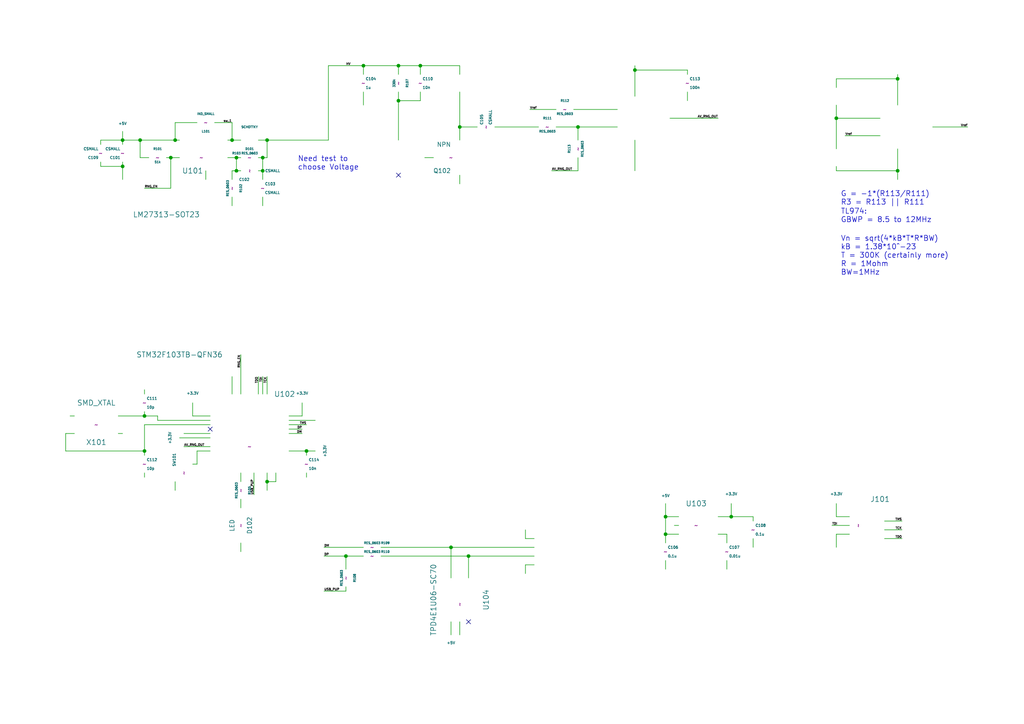
<source format=kicad_sch>
(kicad_sch (version 20230121) (generator eeschema)
  (paper "A4")
  (title_block (date "15 feb 2015"))
  (lib_symbols)
  (junction (at 242.57 34.29))
  (junction (at 41.91 130.81))
  (junction (at 35.56 40.64))
  (junction (at 100.33 161.29))
  (junction (at 105.41 19.05))
  (junction (at 135.89 161.29))
  (junction (at 35.56 48.26))
  (junction (at 50.8 40.64))
  (junction (at 130.81 158.75))
  (junction (at 76.2 45.72))
  (junction (at 184.15 20.32))
  (junction (at 41.91 120.65))
  (junction (at 121.92 19.05))
  (junction (at 76.2 49.53))
  (junction (at 133.35 36.83))
  (junction (at 88.9 130.81))
  (junction (at 40.64 40.64))
  (junction (at 193.04 154.94))
  (junction (at 67.31 40.64))
  (junction (at 77.47 139.7))
  (junction (at 77.47 40.64))
  (junction (at 68.58 49.53))
  (junction (at 115.57 29.21))
  (junction (at 167.64 36.83))
  (junction (at 260.35 22.86))
  (junction (at 68.58 45.72))
  (junction (at 115.57 19.05))
  (junction (at 49.53 45.72))
  (junction (at 193.04 149.86))
  (junction (at 212.09 149.86))
  (junction (at 260.35 49.53))
  (no_connect (at 135.89 180.34))
  (no_connect (at 60.96 124.46))
  (no_connect (at 115.57 50.8))
  (wire (pts (xy 199.39 26.67) (xy 199.39 29.21)))
  (wire (pts (xy 166.37 31.75) (xy 179.07 31.75)))
  (wire (pts (xy 60.96 129.54) (xy 53.34 129.54)))
  (wire (pts (xy 184.15 20.32) (xy 184.15 27.94)))
  (wire (pts (xy 88.9 132.08) (xy 88.9 130.81)))
  (wire (pts (xy 77.47 40.64) (xy 95.25 40.64)))
  (wire (pts (xy 67.31 35.56) (xy 67.31 40.64)))
  (wire (pts (xy 68.58 49.53) (xy 68.58 45.72)))
  (wire (pts (xy 29.21 48.26) (xy 35.56 48.26)))
  (wire (pts (xy 83.82 120.65) (xy 87.63 120.65)))
  (wire (pts (xy 100.33 170.18) (xy 100.33 171.45)))
  (wire (pts (xy 77.47 45.72) (xy 76.2 45.72)))
  (wire (pts (xy 59.69 49.53) (xy 59.69 52.07)))
  (wire (pts (xy 50.8 35.56) (xy 57.15 35.56)))
  (wire (pts (xy 133.35 180.34) (xy 133.35 184.15)))
  (wire (pts (xy 133.35 19.05) (xy 133.35 21.59)))
  (wire (pts (xy 60.96 127) (xy 52.07 127)))
  (wire (pts (xy 115.57 19.05) (xy 121.92 19.05)))
  (wire (pts (xy 67.31 40.64) (xy 69.85 40.64)))
  (wire (pts (xy 67.31 49.53) (xy 68.58 49.53)))
  (wire (pts (xy 260.35 43.18) (xy 260.35 49.53)))
  (wire (pts (xy 242.57 22.86) (xy 242.57 25.4)))
  (wire (pts (xy 184.15 19.05) (xy 184.15 20.32)))
  (wire (pts (xy 105.41 158.75) (xy 93.98 158.75)))
  (wire (pts (xy 110.49 158.75) (xy 130.81 158.75)))
  (wire (pts (xy 184.15 40.64) (xy 184.15 49.53)))
  (wire (pts (xy 270.51 36.83) (xy 280.67 36.83)))
  (wire (pts (xy 218.44 149.86) (xy 218.44 151.13)))
  (wire (pts (xy 143.51 36.83) (xy 156.21 36.83)))
  (wire (pts (xy 83.82 121.92) (xy 91.44 121.92)))
  (wire (pts (xy 121.92 19.05) (xy 133.35 19.05)))
  (wire (pts (xy 76.2 45.72) (xy 74.93 45.72)))
  (wire (pts (xy 100.33 171.45) (xy 93.98 171.45)))
  (wire (pts (xy 77.47 139.7) (xy 80.01 139.7)))
  (wire (pts (xy 212.09 149.86) (xy 212.09 146.05)))
  (wire (pts (xy 210.82 154.94) (xy 210.82 157.48)))
  (wire (pts (xy 67.31 52.07) (xy 67.31 49.53)))
  (wire (pts (xy 83.82 130.81) (xy 88.9 130.81)))
  (wire (pts (xy 199.39 20.32) (xy 184.15 20.32)))
  (wire (pts (xy 50.8 40.64) (xy 52.07 40.64)))
  (wire (pts (xy 45.72 120.65) (xy 45.72 121.92)))
  (wire (pts (xy 133.35 50.8) (xy 133.35 53.34)))
  (wire (pts (xy 123.19 45.72) (xy 125.73 45.72)))
  (wire (pts (xy 69.85 144.78) (xy 69.85 147.32)))
  (wire (pts (xy 121.92 29.21) (xy 115.57 29.21)))
  (wire (pts (xy 242.57 49.53) (xy 260.35 49.53)))
  (wire (pts (xy 76.2 114.3) (xy 76.2 109.22)))
  (wire (pts (xy 21.59 125.73) (xy 19.05 125.73)))
  (wire (pts (xy 95.25 19.05) (xy 105.41 19.05)))
  (wire (pts (xy 53.34 125.73) (xy 60.96 125.73)))
  (wire (pts (xy 49.53 54.61) (xy 41.91 54.61)))
  (wire (pts (xy 41.91 130.81) (xy 41.91 132.08)))
  (wire (pts (xy 40.64 45.72) (xy 43.18 45.72)))
  (wire (pts (xy 35.56 40.64) (xy 40.64 40.64)))
  (wire (pts (xy 256.54 156.21) (xy 261.62 156.21)))
  (wire (pts (xy 68.58 49.53) (xy 69.85 49.53)))
  (wire (pts (xy 130.81 167.64) (xy 130.81 158.75)))
  (wire (pts (xy 77.47 114.3) (xy 77.47 109.22)))
  (wire (pts (xy 152.4 156.21) (xy 154.94 156.21)))
  (wire (pts (xy 35.56 46.99) (xy 35.56 48.26)))
  (wire (pts (xy 41.91 120.65) (xy 45.72 120.65)))
  (wire (pts (xy 40.64 40.64) (xy 50.8 40.64)))
  (wire (pts (xy 55.88 120.65) (xy 60.96 120.65)))
  (wire (pts (xy 88.9 137.16) (xy 88.9 138.43)))
  (wire (pts (xy 195.58 152.4) (xy 196.85 152.4)))
  (wire (pts (xy 41.91 123.19) (xy 41.91 130.81)))
  (wire (pts (xy 154.94 163.83) (xy 152.4 163.83)))
  (wire (pts (xy 242.57 146.05) (xy 242.57 149.86)))
  (wire (pts (xy 210.82 162.56) (xy 210.82 165.1)))
  (wire (pts (xy 67.31 109.22) (xy 67.31 114.3)))
  (wire (pts (xy 194.31 34.29) (xy 208.28 34.29)))
  (wire (pts (xy 45.72 121.92) (xy 60.96 121.92)))
  (wire (pts (xy 35.56 40.64) (xy 35.56 41.91)))
  (wire (pts (xy 66.04 45.72) (xy 68.58 45.72)))
  (wire (pts (xy 35.56 38.1) (xy 35.56 40.64)))
  (wire (pts (xy 41.91 114.3) (xy 41.91 113.03)))
  (wire (pts (xy 115.57 40.64) (xy 115.57 29.21)))
  (wire (pts (xy 83.82 123.19) (xy 88.9 123.19)))
  (wire (pts (xy 110.49 161.29) (xy 135.89 161.29)))
  (wire (pts (xy 77.47 40.64) (xy 77.47 45.72)))
  (wire (pts (xy 29.21 40.64) (xy 35.56 40.64)))
  (wire (pts (xy 199.39 21.59) (xy 199.39 20.32)))
  (wire (pts (xy 115.57 29.21) (xy 115.57 26.67)))
  (wire (pts (xy 245.11 39.37) (xy 255.27 39.37)))
  (wire (pts (xy 242.57 30.48) (xy 242.57 34.29)))
  (wire (pts (xy 88.9 130.81) (xy 91.44 130.81)))
  (wire (pts (xy 19.05 130.81) (xy 41.91 130.81)))
  (wire (pts (xy 167.64 40.64) (xy 167.64 36.83)))
  (wire (pts (xy 260.35 22.86) (xy 260.35 30.48)))
  (wire (pts (xy 60.96 130.81) (xy 57.15 130.81)))
  (wire (pts (xy 68.58 45.72) (xy 69.85 45.72)))
  (wire (pts (xy 41.91 137.16) (xy 41.91 138.43)))
  (wire (pts (xy 208.28 149.86) (xy 212.09 149.86)))
  (wire (pts (xy 193.04 162.56) (xy 193.04 165.1)))
  (wire (pts (xy 55.88 116.84) (xy 55.88 120.65)))
  (wire (pts (xy 242.57 154.94) (xy 246.38 154.94)))
  (wire (pts (xy 87.63 120.65) (xy 87.63 116.84)))
  (wire (pts (xy 218.44 156.21) (xy 218.44 158.75)))
  (wire (pts (xy 62.23 35.56) (xy 67.31 35.56)))
  (wire (pts (xy 48.26 45.72) (xy 49.53 45.72)))
  (wire (pts (xy 193.04 149.86) (xy 193.04 154.94)))
  (wire (pts (xy 152.4 153.67) (xy 152.4 156.21)))
  (wire (pts (xy 74.93 114.3) (xy 74.93 109.22)))
  (wire (pts (xy 34.29 125.73) (xy 35.56 125.73)))
  (wire (pts (xy 208.28 154.94) (xy 210.82 154.94)))
  (wire (pts (xy 167.64 49.53) (xy 160.02 49.53)))
  (wire (pts (xy 100.33 165.1) (xy 100.33 161.29)))
  (wire (pts (xy 35.56 48.26) (xy 35.56 52.07)))
  (wire (pts (xy 212.09 149.86) (xy 218.44 149.86)))
  (wire (pts (xy 121.92 26.67) (xy 121.92 29.21)))
  (wire (pts (xy 135.89 161.29) (xy 154.94 161.29)))
  (wire (pts (xy 74.93 40.64) (xy 77.47 40.64)))
  (wire (pts (xy 76.2 57.15) (xy 76.2 59.69)))
  (wire (pts (xy 41.91 123.19) (xy 60.96 123.19)))
  (wire (pts (xy 20.32 120.65) (xy 21.59 120.65)))
  (wire (pts (xy 50.8 139.7) (xy 50.8 142.24)))
  (wire (pts (xy 76.2 49.53) (xy 76.2 52.07)))
  (wire (pts (xy 260.35 49.53) (xy 260.35 52.07)))
  (wire (pts (xy 105.41 19.05) (xy 115.57 19.05)))
  (wire (pts (xy 167.64 36.83) (xy 179.07 36.83)))
  (wire (pts (xy 100.33 161.29) (xy 105.41 161.29)))
  (wire (pts (xy 193.04 154.94) (xy 193.04 157.48)))
  (wire (pts (xy 130.81 158.75) (xy 154.94 158.75)))
  (wire (pts (xy 133.35 26.67) (xy 133.35 36.83)))
  (wire (pts (xy 29.21 46.99) (xy 29.21 48.26)))
  (wire (pts (xy 19.05 125.73) (xy 19.05 130.81)))
  (wire (pts (xy 93.98 161.29) (xy 100.33 161.29)))
  (wire (pts (xy 29.21 40.64) (xy 29.21 41.91)))
  (wire (pts (xy 153.67 31.75) (xy 161.29 31.75)))
  (wire (pts (xy 242.57 149.86) (xy 246.38 149.86)))
  (wire (pts (xy 40.64 40.64) (xy 40.64 45.72)))
  (wire (pts (xy 167.64 45.72) (xy 167.64 49.53)))
  (wire (pts (xy 105.41 26.67) (xy 105.41 30.48)))
  (wire (pts (xy 133.35 36.83) (xy 133.35 40.64)))
  (wire (pts (xy 260.35 22.86) (xy 242.57 22.86)))
  (wire (pts (xy 260.35 21.59) (xy 260.35 22.86)))
  (wire (pts (xy 193.04 149.86) (xy 196.85 149.86)))
  (wire (pts (xy 57.15 134.62) (xy 55.88 134.62)))
  (wire (pts (xy 95.25 40.64) (xy 95.25 19.05)))
  (wire (pts (xy 193.04 146.05) (xy 193.04 149.86)))
  (wire (pts (xy 69.85 139.7) (xy 69.85 137.16)))
  (wire (pts (xy 130.81 180.34) (xy 130.81 184.15)))
  (wire (pts (xy 138.43 36.83) (xy 133.35 36.83)))
  (wire (pts (xy 76.2 45.72) (xy 76.2 49.53)))
  (wire (pts (xy 49.53 45.72) (xy 49.53 54.61)))
  (wire (pts (xy 246.38 152.4) (xy 241.3 152.4)))
  (wire (pts (xy 256.54 153.67) (xy 261.62 153.67)))
  (wire (pts (xy 135.89 167.64) (xy 135.89 161.29)))
  (wire (pts (xy 74.93 49.53) (xy 76.2 49.53)))
  (wire (pts (xy 69.85 114.3) (xy 69.85 102.87)))
  (wire (pts (xy 242.57 34.29) (xy 255.27 34.29)))
  (wire (pts (xy 83.82 125.73) (xy 87.63 125.73)))
  (wire (pts (xy 105.41 19.05) (xy 105.41 21.59)))
  (wire (pts (xy 57.15 130.81) (xy 57.15 134.62)))
  (wire (pts (xy 50.8 40.64) (xy 50.8 35.56)))
  (wire (pts (xy 115.57 19.05) (xy 115.57 21.59)))
  (wire (pts (xy 152.4 163.83) (xy 152.4 166.37)))
  (wire (pts (xy 242.57 158.75) (xy 242.57 154.94)))
  (wire (pts (xy 41.91 119.38) (xy 41.91 120.65)))
  (wire (pts (xy 77.47 139.7) (xy 77.47 142.24)))
  (wire (pts (xy 193.04 154.94) (xy 196.85 154.94)))
  (wire (pts (xy 67.31 57.15) (xy 67.31 59.69)))
  (wire (pts (xy 256.54 151.13) (xy 261.62 151.13)))
  (wire (pts (xy 49.53 45.72) (xy 52.07 45.72)))
  (wire (pts (xy 77.47 137.16) (xy 77.47 139.7)))
  (wire (pts (xy 66.04 40.64) (xy 67.31 40.64)))
  (wire (pts (xy 242.57 34.29) (xy 242.57 43.18)))
  (wire (pts (xy 242.57 48.26) (xy 242.57 49.53)))
  (wire (pts (xy 69.85 157.48) (xy 69.85 160.02)))
  (wire (pts (xy 83.82 124.46) (xy 87.63 124.46)))
  (wire (pts (xy 80.01 139.7) (xy 80.01 137.16)))
  (wire (pts (xy 73.66 137.16) (xy 73.66 143.51)))
  (wire (pts (xy 121.92 19.05) (xy 121.92 21.59)))
  (wire (pts (xy 34.29 120.65) (xy 41.91 120.65)))
  (wire (pts (xy 161.29 36.83) (xy 167.64 36.83)))
  (text "Vn = sqrt(4*kB*T*R*BW)\nkB = 1.38*10^-23\nT = 300K (certainly more)\nR = 1Mohm\nBW=1MHz" (at 243.84 80.01 0) (effects (font (size 1.524 1.524)) (justify left bottom)))
  (text "G = -1*(R113/R111)\nR3 = R113 || R111" (at 243.84 59.69 0) (effects (font (size 1.524 1.524)) (justify left bottom)))
  (text "TL974:\nGBWP = 8.5 to 12MHz" (at 243.84 64.77 0) (effects (font (size 1.524 1.524)) (justify left bottom)))
  (text "Need test to\nchoose Voltage" (at 86.36 49.53 0) (effects (font (size 1.524 1.524)) (justify left bottom)))
  (label "Vref" (at 245.11 39.37 0) (effects (font (size 0.635 0.635))))
  (label "AV_RNG_OUT" (at 208.28 34.29 180) (effects (font (size 0.635 0.635))))
  (label "DM" (at 93.98 158.75 0) (effects (font (size 0.635 0.635))))
  (label "Vref" (at 280.67 36.83 180) (effects (font (size 0.635 0.635))))
  (label "AV_RNG_OUT" (at 160.02 49.53 0) (effects (font (size 0.635 0.635))))
  (label "TDI" (at 241.3 152.4 0) (effects (font (size 0.635 0.635))))
  (label "USB_PUP" (at 73.66 143.51 90) (effects (font (size 0.635 0.635))))
  (label "TMS" (at 88.9 123.19 180) (effects (font (size 0.635 0.635))))
  (label "Vref" (at 153.67 31.75 0) (effects (font (size 0.635 0.635))))
  (label "HV" (at 100.33 19.05 0) (effects (font (size 0.635 0.635))))
  (label "TCK" (at 261.62 153.67 180) (effects (font (size 0.635 0.635))))
  (label "TDI" (at 76.2 109.22 270) (effects (font (size 0.635 0.635))))
  (label "DP" (at 93.98 161.29 0) (effects (font (size 0.635 0.635))))
  (label "sw_1" (at 64.77 35.56 0) (effects (font (size 0.635 0.635))))
  (label "TMS" (at 261.62 151.13 180) (effects (font (size 0.635 0.635))))
  (label "TCK" (at 77.47 109.22 270) (effects (font (size 0.635 0.635))))
  (label "DM" (at 87.63 125.73 180) (effects (font (size 0.635 0.635))))
  (label "AV_RNG_OUT" (at 53.34 129.54 0) (effects (font (size 0.635 0.635))))
  (label "USB_PUP" (at 93.98 171.45 0) (effects (font (size 0.635 0.635))))
  (label "TDO" (at 74.93 109.22 270) (effects (font (size 0.635 0.635))))
  (label "DP" (at 87.63 124.46 180) (effects (font (size 0.635 0.635))))
  (label "RNG_EN" (at 41.91 54.61 0) (effects (font (size 0.635 0.635))))
  (label "TDO" (at 261.62 156.21 180) (effects (font (size 0.635 0.635))))
  (label "RNG_EN" (at 69.85 102.87 270) (effects (font (size 0.635 0.635))))
  (symbol (lib_id "LM27313-SOT23") (at 58.42 45.72 0) (unit 1)
    (property "Reference" "U101" (at 55.88 49.53 0) (effects (font (size 1.524 1.524))))
    (property "Value" "LM27313-SOT23" (at 48.26 62.23 0) (effects (font (size 1.524 1.524))))
    (property "Footprint" "General_SMD:SOT23-5" (effects hide))
    (property "Datasheet" "~" (at 58.42 45.72 0) (effects (font (size 1.524 1.524))))
  )
  (symbol (lib_id "REG113-XX-SOT23") (at 201.93 152.4 0) (unit 1)
    (property "Reference" "U103" (at 201.93 146.05 0) (effects (font (size 1.524 1.524))))
    (property "Value" "REG113-XX-SOT23" (effects hide))
    (property "Footprint" "General_SMD:SOT23-5" (effects hide))
    (property "Datasheet" "~" (at 201.93 152.4 0) (effects (font (size 1.524 1.524))))
  )
  (symbol (lib_id "RES_0603") (at 45.72 45.72 180) (unit 1)
    (property "Reference" "R101" (at 45.72 43.18 0) (effects (font (size 0.635 0.635))))
    (property "Value" "51k" (at 45.72 46.99 0) (effects (font (size 0.635 0.635))))
    (property "Footprint" "General_SMD:SM0603" (effects hide))
    (property "Datasheet" "~" (at 45.72 45.72 0) (effects (font (size 1.524 1.524))))
  )
  (symbol (lib_id "CSMALL") (at 35.56 44.45 180) (unit 1)
    (property "Reference" "C101" (at 34.925 45.72 0) (effects (font (size 0.762 0.762)) (justify left)))
    (property "Value" "CSMALL" (at 34.925 43.18 0) (effects (font (size 0.762 0.762)) (justify left)))
    (property "Footprint" "General_SMD:SM0603" (effects hide))
    (property "Datasheet" "~" (at 35.56 44.45 0) (effects (font (size 1.524 1.524))))
  )
  (symbol (lib_id "GND") (at 35.56 52.07 0) (unit 1)
    (property "Reference" "#PWR01" (effects hide))
    (property "Value" "GND" (effects hide))
  )
  (symbol (lib_id "GND") (at 59.69 52.07 0) (unit 1)
    (property "Reference" "#PWR02" (effects hide))
    (property "Value" "GND" (effects hide))
  )
  (symbol (lib_id "+5V") (at 35.56 38.1 0) (unit 1)
    (property "Reference" "#PWR03" (effects hide))
    (property "Value" "+5V" (at 35.56 35.814 0) (effects (font (size 0.762 0.762))))
  )
  (symbol (lib_id "IND_SMALL") (at 59.69 35.56 0) (unit 1)
    (property "Reference" "L101" (at 59.69 38.1 0) (effects (font (size 0.635 0.635))))
    (property "Value" "IND_SMALL" (at 59.69 33.02 0) (effects (font (size 0.635 0.635))))
    (property "Footprint" "General_SMD:SM1210" (effects hide))
    (property "Datasheet" "~" (at 59.69 35.56 0) (effects (font (size 1.524 1.524))))
  )
  (symbol (lib_id "SCHOTTKY") (at 72.39 40.64 0) (unit 1)
    (property "Reference" "D101" (at 72.39 43.18 0) (effects (font (size 0.635 0.635))))
    (property "Value" "SCHOTTKY" (at 72.39 36.83 0) (effects (font (size 0.635 0.635))))
    (property "Footprint" "General_SMD:SOD-123" (effects hide))
  )
  (symbol (lib_id "RES_0603") (at 72.39 45.72 0) (unit 1)
    (property "Reference" "R103" (at 68.58 44.45 0) (effects (font (size 0.635 0.635))))
    (property "Value" "RES_0603" (at 72.39 44.45 0) (effects (font (size 0.635 0.635))))
    (property "Footprint" "General_SMD:SM0603" (effects hide))
    (property "Datasheet" "~" (at 72.39 45.72 0) (effects (font (size 1.524 1.524))))
  )
  (symbol (lib_id "RES_0603") (at 67.31 54.61 90) (unit 1)
    (property "Reference" "R102" (at 69.85 54.61 0) (effects (font (size 0.635 0.635))))
    (property "Value" "RES_0603" (at 66.04 54.61 0) (effects (font (size 0.635 0.635))))
    (property "Footprint" "General_SMD:SM0603" (effects hide))
    (property "Datasheet" "~" (at 67.31 54.61 0) (effects (font (size 1.524 1.524))))
  )
  (symbol (lib_id "CSMALL") (at 72.39 49.53 90) (unit 1)
    (property "Reference" "C102" (at 72.39 52.07 90) (effects (font (size 0.762 0.762)) (justify left)))
    (property "Value" "CSMALL" (at 81.28 49.53 90) (effects (font (size 0.762 0.762)) (justify left)))
    (property "Footprint" "General_SMD:SM0603" (effects hide))
    (property "Datasheet" "~" (at 72.39 49.53 0) (effects (font (size 1.524 1.524))))
  )
  (symbol (lib_id "CSMALL") (at 76.2 54.61 0) (unit 1)
    (property "Reference" "C103" (at 76.835 53.34 0) (effects (font (size 0.762 0.762)) (justify left)))
    (property "Value" "CSMALL" (at 76.835 55.88 0) (effects (font (size 0.762 0.762)) (justify left)))
    (property "Footprint" "General_SMD:SM0603" (effects hide))
    (property "Datasheet" "~" (at 76.2 54.61 0) (effects (font (size 1.524 1.524))))
  )
  (symbol (lib_id "GND") (at 67.31 59.69 0) (unit 1)
    (property "Reference" "#PWR04" (effects hide))
    (property "Value" "GND" (effects hide))
  )
  (symbol (lib_id "GND") (at 76.2 59.69 0) (unit 1)
    (property "Reference" "#PWR05" (effects hide))
    (property "Value" "GND" (effects hide))
  )
  (symbol (lib_id "MMBT3904") (at 118.11 45.72 180) (unit 1)
    (property "Reference" "Q101" (at 118.11 41.91 0) (effects (justify right)))
    (property "Value" "NPN" (at 118.11 49.53 0) (effects (justify right)))
    (property "Footprint" "General_SMD:SOT23" (effects hide))
    (property "Datasheet" "~" (at 118.11 45.72 0) (effects (font (size 1.524 1.524))))
  )
  (symbol (lib_id "MMBT3904") (at 130.81 45.72 0) (unit 1)
    (property "Reference" "Q102" (at 130.81 49.53 0) (effects (justify right)))
    (property "Value" "NPN" (at 130.81 41.91 0) (effects (justify right)))
    (property "Footprint" "General_SMD:SOT23" (effects hide))
    (property "Datasheet" "~" (at 130.81 45.72 0) (effects (font (size 1.524 1.524))))
  )
  (symbol (lib_id "RES_0603") (at 133.35 24.13 90) (unit 1)
    (property "Reference" "R104" (at 135.89 24.13 0) (effects (font (size 0.635 0.635))))
    (property "Value" "330k" (at 132.08 24.13 0) (effects (font (size 0.635 0.635))))
    (property "Footprint" "General_SMD:SM0603" (effects hide))
    (property "Datasheet" "~" (at 133.35 24.13 0) (effects (font (size 1.524 1.524))))
  )
  (symbol (lib_id "GND") (at 133.35 53.34 0) (unit 1)
    (property "Reference" "#PWR06" (effects hide))
    (property "Value" "GND" (effects hide))
  )
  (symbol (lib_id "CSMALL") (at 105.41 24.13 0) (unit 1)
    (property "Reference" "C104" (at 106.045 22.86 0) (effects (font (size 0.762 0.762)) (justify left)))
    (property "Value" "1u" (at 106.045 25.4 0) (effects (font (size 0.762 0.762)) (justify left)))
    (property "Footprint" "General_SMD:SM0603" (effects hide))
    (property "Datasheet" "~" (at 105.41 24.13 0) (effects (font (size 1.524 1.524))))
  )
  (symbol (lib_id "GND") (at 105.41 30.48 0) (unit 1)
    (property "Reference" "#PWR07" (effects hide))
    (property "Value" "GND" (effects hide))
  )
  (symbol (lib_id "CSMALL") (at 140.97 36.83 90) (unit 1)
    (property "Reference" "C105" (at 139.7 36.195 0) (effects (font (size 0.762 0.762)) (justify left)))
    (property "Value" "CSMALL" (at 142.24 36.195 0) (effects (font (size 0.762 0.762)) (justify left)))
    (property "Footprint" "General_SMD:SM0603" (effects hide))
    (property "Datasheet" "~" (at 140.97 36.83 0) (effects (font (size 1.524 1.524))))
  )
  (symbol (lib_id "USB_A") (at 163.83 160.02 0) (unit 1)
    (property "Reference" "J102" (at 163.83 152.4 0) (effects (font (size 1.524 1.524))))
    (property "Value" "USB_A" (at 163.83 167.64 0) (effects (font (size 1.524 1.524))))
    (property "Footprint" "Connectors_USB:USB_A_KEY_CUSTOM" (effects hide))
  )
  (symbol (lib_id "+5V") (at 152.4 153.67 0) (unit 1)
    (property "Reference" "#PWR08" (effects hide))
    (property "Value" "+5V" (at 152.4 151.384 0) (effects (font (size 0.762 0.762))))
  )
  (symbol (lib_id "GND") (at 152.4 166.37 0) (unit 1)
    (property "Reference" "#PWR09" (effects hide))
    (property "Value" "GND" (effects hide))
  )
  (symbol (lib_id "TPD4E1U06-SC70") (at 133.35 173.99 90) (unit 1)
    (property "Reference" "U104" (at 140.97 173.99 0) (effects (font (size 1.524 1.524))))
    (property "Value" "TPD4E1U06-SC70" (at 125.73 173.99 0) (effects (font (size 1.524 1.524))))
    (property "Footprint" "General_SMD:sc70-6" (effects hide))
    (property "Datasheet" "~" (at 133.35 175.26 0) (effects (font (size 1.524 1.524))))
  )
  (symbol (lib_id "+5V") (at 130.81 184.15 180) (unit 1)
    (property "Reference" "#PWR010" (effects hide))
    (property "Value" "+5V" (at 130.81 186.436 0) (effects (font (size 0.762 0.762))))
  )
  (symbol (lib_id "GND") (at 133.35 184.15 0) (unit 1)
    (property "Reference" "#PWR011" (effects hide))
    (property "Value" "GND" (effects hide))
  )
  (symbol (lib_id "RES_0603") (at 107.95 158.75 0) (unit 1)
    (property "Reference" "R109" (at 111.76 157.48 0) (effects (font (size 0.635 0.635))))
    (property "Value" "RES_0603" (at 107.95 157.48 0) (effects (font (size 0.635 0.635))))
    (property "Footprint" "General_SMD:SM0603" (effects hide))
    (property "Datasheet" "~" (at 107.95 158.75 0) (effects (font (size 1.524 1.524))))
  )
  (symbol (lib_id "RES_0603") (at 107.95 161.29 0) (unit 1)
    (property "Reference" "R110" (at 111.76 160.02 0) (effects (font (size 0.635 0.635))))
    (property "Value" "RES_0603" (at 107.95 160.02 0) (effects (font (size 0.635 0.635))))
    (property "Footprint" "General_SMD:SM0603" (effects hide))
    (property "Datasheet" "~" (at 107.95 161.29 0) (effects (font (size 1.524 1.524))))
  )
  (symbol (lib_id "RES_0603") (at 100.33 167.64 90) (unit 1)
    (property "Reference" "R108" (at 102.87 167.64 0) (effects (font (size 0.635 0.635))))
    (property "Value" "RES_0603" (at 99.06 167.64 0) (effects (font (size 0.635 0.635))))
    (property "Footprint" "General_SMD:SM0603" (effects hide))
    (property "Datasheet" "~" (at 100.33 167.64 0) (effects (font (size 1.524 1.524))))
  )
  (symbol (lib_id "GND") (at 242.57 158.75 0) (unit 1)
    (property "Reference" "#PWR012" (effects hide))
    (property "Value" "GND" (effects hide))
  )
  (symbol (lib_id "+3.3V") (at 242.57 146.05 0) (unit 1)
    (property "Reference" "#PWR013" (effects hide))
    (property "Value" "+3.3V" (at 242.57 143.256 0) (effects (font (size 0.762 0.762))))
  )
  (symbol (lib_id "+5V") (at 193.04 146.05 0) (unit 1)
    (property "Reference" "#PWR014" (effects hide))
    (property "Value" "+5V" (at 193.04 143.764 0) (effects (font (size 0.762 0.762))))
  )
  (symbol (lib_id "CSMALL") (at 193.04 160.02 0) (unit 1)
    (property "Reference" "C106" (at 193.675 158.75 0) (effects (font (size 0.762 0.762)) (justify left)))
    (property "Value" "0.1u" (at 193.675 161.29 0) (effects (font (size 0.762 0.762)) (justify left)))
    (property "Footprint" "General_SMD:SM0603" (effects hide))
    (property "Datasheet" "~" (at 193.04 160.02 0) (effects (font (size 1.524 1.524))))
  )
  (symbol (lib_id "GND") (at 193.04 165.1 0) (unit 1)
    (property "Reference" "#PWR015" (effects hide))
    (property "Value" "GND" (effects hide))
  )
  (symbol (lib_id "GND") (at 195.58 152.4 270) (unit 1)
    (property "Reference" "#PWR016" (effects hide))
    (property "Value" "GND" (effects hide))
  )
  (symbol (lib_id "+3.3V") (at 212.09 146.05 0) (unit 1)
    (property "Reference" "#PWR017" (effects hide))
    (property "Value" "+3.3V" (at 212.09 143.256 0) (effects (font (size 0.762 0.762))))
  )
  (symbol (lib_id "CSMALL") (at 210.82 160.02 0) (unit 1)
    (property "Reference" "C107" (at 211.455 158.75 0) (effects (font (size 0.762 0.762)) (justify left)))
    (property "Value" "0.01u" (at 211.455 161.29 0) (effects (font (size 0.762 0.762)) (justify left)))
    (property "Footprint" "General_SMD:SM0603" (effects hide))
    (property "Datasheet" "~" (at 210.82 160.02 0) (effects (font (size 1.524 1.524))))
  )
  (symbol (lib_id "CSMALL") (at 218.44 153.67 0) (unit 1)
    (property "Reference" "C108" (at 219.075 152.4 0) (effects (font (size 0.762 0.762)) (justify left)))
    (property "Value" "0.1u" (at 219.075 154.94 0) (effects (font (size 0.762 0.762)) (justify left)))
    (property "Footprint" "General_SMD:SM0603" (effects hide))
    (property "Datasheet" "~" (at 218.44 153.67 0) (effects (font (size 1.524 1.524))))
  )
  (symbol (lib_id "GND") (at 210.82 165.1 0) (unit 1)
    (property "Reference" "#PWR018" (effects hide))
    (property "Value" "GND" (effects hide))
  )
  (symbol (lib_id "GND") (at 218.44 158.75 0) (unit 1)
    (property "Reference" "#PWR019" (effects hide))
    (property "Value" "GND" (effects hide))
  )
  (symbol (lib_id "TC2030-JTAG") (at 251.46 152.4 270) (unit 1)
    (property "Reference" "J101" (at 255.27 144.78 90) (effects (font (size 1.524 1.524))))
    (property "Value" "TC2030-JTAG" (effects hide))
    (property "Footprint" "Tag-Connect:TC2030-NL" (effects hide))
    (property "Datasheet" "~" (at 248.92 152.4 0) (effects (font (size 1.524 1.524))))
  )
  (symbol (lib_id "+3.3V") (at 87.63 116.84 0) (unit 1)
    (property "Reference" "#PWR020" (effects hide))
    (property "Value" "+3.3V" (at 87.63 114.046 0) (effects (font (size 0.762 0.762))))
  )
  (symbol (lib_id "GND") (at 91.44 121.92 90) (unit 1)
    (property "Reference" "#PWR021" (effects hide))
    (property "Value" "GND" (effects hide))
  )
  (symbol (lib_id "GND") (at 77.47 142.24 0) (unit 1)
    (property "Reference" "#PWR022" (effects hide))
    (property "Value" "GND" (effects hide))
  )
  (symbol (lib_id "+3.3V") (at 91.44 130.81 270) (unit 1)
    (property "Reference" "#PWR023" (effects hide))
    (property "Value" "+3.3V" (at 94.234 130.81 0) (effects (font (size 0.762 0.762))))
  )
  (symbol (lib_id "+3.3V") (at 52.07 127 90) (unit 1)
    (property "Reference" "#PWR024" (effects hide))
    (property "Value" "+3.3V" (at 49.276 127 0) (effects (font (size 0.762 0.762))))
  )
  (symbol (lib_id "GND") (at 53.34 125.73 270) (unit 1)
    (property "Reference" "#PWR025" (effects hide))
    (property "Value" "GND" (effects hide))
  )
  (symbol (lib_id "GND") (at 67.31 109.22 180) (unit 1)
    (property "Reference" "#PWR026" (effects hide))
    (property "Value" "GND" (effects hide))
  )
  (symbol (lib_id "+3.3V") (at 55.88 116.84 0) (unit 1)
    (property "Reference" "#PWR027" (effects hide))
    (property "Value" "+3.3V" (at 55.88 114.046 0) (effects (font (size 0.762 0.762))))
  )
  (symbol (lib_id "CSMALL") (at 29.21 44.45 180) (unit 1)
    (property "Reference" "C109" (at 28.575 45.72 0) (effects (font (size 0.762 0.762)) (justify left)))
    (property "Value" "CSMALL" (at 28.575 43.18 0) (effects (font (size 0.762 0.762)) (justify left)))
    (property "Footprint" "General_SMD:SM0805" (effects hide))
    (property "Datasheet" "~" (at 29.21 44.45 0) (effects (font (size 1.524 1.524))))
  )
  (symbol (lib_id "GND") (at 260.35 52.07 0) (unit 1)
    (property "Reference" "#PWR028" (effects hide))
    (property "Value" "GND" (effects hide))
  )
  (symbol (lib_id "GND") (at 184.15 49.53 0) (unit 1)
    (property "Reference" "#PWR029" (effects hide))
    (property "Value" "GND" (effects hide))
  )
  (symbol (lib_id "+3.3V") (at 260.35 21.59 0) (unit 1)
    (property "Reference" "#PWR030" (effects hide))
    (property "Value" "+3.3V" (at 260.35 18.796 0) (effects (font (size 0.762 0.762))))
  )
  (symbol (lib_id "+3.3V") (at 184.15 19.05 0) (unit 1)
    (property "Reference" "#PWR031" (effects hide))
    (property "Value" "+3.3V" (at 184.15 16.256 0) (effects (font (size 0.762 0.762))))
  )
  (symbol (lib_id "RES_0603") (at 115.57 24.13 90) (unit 1)
    (property "Reference" "R107" (at 118.11 24.13 0) (effects (font (size 0.635 0.635))))
    (property "Value" "330k" (at 114.3 24.13 0) (effects (font (size 0.635 0.635))))
    (property "Footprint" "General_SMD:SM0603" (effects hide))
    (property "Datasheet" "~" (at 115.57 24.13 0) (effects (font (size 1.524 1.524))))
  )
  (symbol (lib_id "RES_0603") (at 242.57 27.94 90) (unit 1)
    (property "Reference" "R115" (at 245.11 27.94 0) (effects (font (size 0.635 0.635))))
    (property "Value" "10k" (at 241.3 27.94 0) (effects (font (size 0.635 0.635))))
    (property "Footprint" "General_SMD:SM0603" (effects hide))
    (property "Datasheet" "~" (at 242.57 27.94 0) (effects (font (size 1.524 1.524))))
  )
  (symbol (lib_id "RES_0603") (at 242.57 45.72 90) (unit 1)
    (property "Reference" "R116" (at 245.11 45.72 0) (effects (font (size 0.635 0.635))))
    (property "Value" "10k" (at 241.3 45.72 0) (effects (font (size 0.635 0.635))))
    (property "Footprint" "General_SMD:SM0603" (effects hide))
    (property "Datasheet" "~" (at 242.57 45.72 0) (effects (font (size 1.524 1.524))))
  )
  (symbol (lib_id "RES_0603") (at 158.75 36.83 180) (unit 1)
    (property "Reference" "R111" (at 158.75 34.29 0) (effects (font (size 0.635 0.635))))
    (property "Value" "RES_0603" (at 158.75 38.1 0) (effects (font (size 0.635 0.635))))
    (property "Footprint" "General_SMD:SM0603" (effects hide))
    (property "Datasheet" "~" (at 158.75 36.83 0) (effects (font (size 1.524 1.524))))
  )
  (symbol (lib_id "RES_0603") (at 167.64 43.18 270) (unit 1)
    (property "Reference" "R113" (at 165.1 43.18 0) (effects (font (size 0.635 0.635))))
    (property "Value" "RES_0603" (at 168.91 43.18 0) (effects (font (size 0.635 0.635))))
    (property "Footprint" "General_SMD:SM0603" (effects hide))
    (property "Datasheet" "~" (at 167.64 43.18 0) (effects (font (size 1.524 1.524))))
  )
  (symbol (lib_id "RES_0603") (at 163.83 31.75 180) (unit 1)
    (property "Reference" "R112" (at 163.83 29.21 0) (effects (font (size 0.635 0.635))))
    (property "Value" "RES_0603" (at 163.83 33.02 0) (effects (font (size 0.635 0.635))))
    (property "Footprint" "General_SMD:SM0603" (effects hide))
    (property "Datasheet" "~" (at 163.83 31.75 0) (effects (font (size 1.524 1.524))))
  )
  (symbol (lib_id "TL972") (at 260.35 36.83 0) (unit 2)
    (property "Reference" "U105" (at 266.7 34.29 0) (effects (font (size 1.524 1.524))))
    (property "Value" "TL972" (at 266.7 31.75 0) (effects (font (size 1.524 1.524))))
    (property "Footprint" "SSOP:SSOP8" (effects hide))
    (property "Datasheet" "~" (at 260.35 36.83 0) (effects (font (size 1.524 1.524))))
  )
  (symbol (lib_id "TL972") (at 184.15 34.29 0) (unit 1)
    (property "Reference" "U105" (at 190.5 31.75 0) (effects (font (size 1.524 1.524))))
    (property "Value" "TL972" (at 190.5 29.21 0) (effects (font (size 1.524 1.524))))
    (property "Footprint" "SSOP:SSOP8" (effects hide))
    (property "Datasheet" "~" (at 184.15 34.29 0) (effects (font (size 1.524 1.524))))
  )
  (symbol (lib_id "CSMALL") (at 121.92 24.13 0) (unit 1)
    (property "Reference" "C110" (at 122.555 22.86 0) (effects (font (size 0.762 0.762)) (justify left)))
    (property "Value" "10n" (at 122.555 25.4 0) (effects (font (size 0.762 0.762)) (justify left)))
    (property "Footprint" "General_SMD:SM0603" (effects hide))
    (property "Datasheet" "~" (at 121.92 24.13 0) (effects (font (size 1.524 1.524))))
  )
  (symbol (lib_id "SMD_XTAL") (at 27.94 123.19 0) (unit 1)
    (property "Reference" "X101" (at 27.94 128.27 0) (effects (font (size 1.524 1.524))))
    (property "Value" "SMD_XTAL" (at 27.94 116.84 0) (effects (font (size 1.524 1.524))))
    (property "Footprint" "Xtal_SMD:xtal_3.2x2.5" (effects hide))
    (property "Datasheet" "~" (at 27.94 123.19 0) (effects (font (size 1.524 1.524))))
  )
  (symbol (lib_id "GND") (at 35.56 125.73 90) (unit 1)
    (property "Reference" "#PWR032" (effects hide))
    (property "Value" "GND" (effects hide))
  )
  (symbol (lib_id "GND") (at 20.32 120.65 270) (unit 1)
    (property "Reference" "#PWR033" (effects hide))
    (property "Value" "GND" (effects hide))
  )
  (symbol (lib_id "CSMALL") (at 41.91 134.62 0) (unit 1)
    (property "Reference" "C112" (at 42.545 133.35 0) (effects (font (size 0.762 0.762)) (justify left)))
    (property "Value" "10p" (at 42.545 135.89 0) (effects (font (size 0.762 0.762)) (justify left)))
    (property "Footprint" "General_SMD:SM0603" (effects hide))
    (property "Datasheet" "~" (at 41.91 134.62 0) (effects (font (size 1.524 1.524))))
  )
  (symbol (lib_id "CSMALL") (at 41.91 116.84 0) (unit 1)
    (property "Reference" "C111" (at 42.545 115.57 0) (effects (font (size 0.762 0.762)) (justify left)))
    (property "Value" "10p" (at 42.545 118.11 0) (effects (font (size 0.762 0.762)) (justify left)))
    (property "Footprint" "General_SMD:SM0603" (effects hide))
    (property "Datasheet" "~" (at 41.91 116.84 0) (effects (font (size 1.524 1.524))))
  )
  (symbol (lib_id "GND") (at 41.91 138.43 0) (unit 1)
    (property "Reference" "#PWR034" (effects hide))
    (property "Value" "GND" (effects hide))
  )
  (symbol (lib_id "GND") (at 41.91 113.03 180) (unit 1)
    (property "Reference" "#PWR035" (effects hide))
    (property "Value" "GND" (effects hide))
  )
  (symbol (lib_id "STM32F103TB-QFN36") (at 71.12 125.73 0) (unit 1)
    (property "Reference" "U102" (at 82.55 114.3 0) (effects (font (size 1.524 1.524))))
    (property "Value" "STM32F103TB-QFN36" (at 52.07 102.87 0) (effects (font (size 1.524 1.524))))
    (property "Footprint" "QFN:QFN36_6x6_0.5mm" (effects hide))
    (property "Datasheet" "~" (at 72.39 129.54 0) (effects (font (size 1.524 1.524))))
  )
  (symbol (lib_id "RES_0603") (at 69.85 142.24 90) (unit 1)
    (property "Reference" "R105" (at 72.39 142.24 0) (effects (font (size 0.635 0.635))))
    (property "Value" "RES_0603" (at 68.58 142.24 0) (effects (font (size 0.635 0.635))))
    (property "Footprint" "General_SMD:SM0603" (effects hide))
    (property "Datasheet" "~" (at 69.85 142.24 0) (effects (font (size 1.524 1.524))))
  )
  (symbol (lib_id "LED") (at 69.85 152.4 270) (unit 1)
    (property "Reference" "D102" (at 72.39 152.4 0))
    (property "Value" "LED" (at 67.31 152.4 0))
    (property "Footprint" "General_SMD:LED-0603" (effects hide))
    (property "Datasheet" "~" (at 69.85 152.4 0) (effects (font (size 1.524 1.524))))
  )
  (symbol (lib_id "GND") (at 69.85 160.02 0) (unit 1)
    (property "Reference" "#PWR036" (effects hide))
    (property "Value" "GND" (effects hide))
  )
  (symbol (lib_id "CSMALL") (at 199.39 24.13 0) (unit 1)
    (property "Reference" "C113" (at 200.025 22.86 0) (effects (font (size 0.762 0.762)) (justify left)))
    (property "Value" "100n" (at 200.025 25.4 0) (effects (font (size 0.762 0.762)) (justify left)))
    (property "Footprint" "General_SMD:SM0603" (effects hide))
    (property "Datasheet" "~" (at 199.39 24.13 0) (effects (font (size 1.524 1.524))))
  )
  (symbol (lib_id "GND") (at 199.39 29.21 0) (unit 1)
    (property "Reference" "#PWR037" (effects hide))
    (property "Value" "GND" (effects hide))
  )
  (symbol (lib_id "CSMALL") (at 88.9 134.62 0) (unit 1)
    (property "Reference" "C114" (at 89.535 133.35 0) (effects (font (size 0.762 0.762)) (justify left)))
    (property "Value" "10n" (at 89.535 135.89 0) (effects (font (size 0.762 0.762)) (justify left)))
    (property "Footprint" "General_SMD:SM0603" (effects hide))
    (property "Datasheet" "~" (at 88.9 134.62 0) (effects (font (size 1.524 1.524))))
  )
  (symbol (lib_id "GND") (at 88.9 138.43 0) (unit 1)
    (property "Reference" "#PWR038" (effects hide))
    (property "Value" "GND" (effects hide))
  )
  (symbol (lib_id "SW_PUSH_SMALL") (at 53.34 137.16 90) (unit 1)
    (property "Reference" "SW101" (at 50.546 133.35 0) (effects (font (size 0.762 0.762))))
    (property "Value" "SW_PUSH_SMALL" (effects hide))
    (property "Footprint" "Switch_SMD:ALPS_SKRKAEE010" (effects hide))
    (property "Datasheet" "~" (at 53.34 137.16 0) (effects (font (size 1.524 1.524))))
  )
  (symbol (lib_id "GND") (at 50.8 142.24 0) (unit 1)
    (property "Reference" "#PWR039" (effects hide))
    (property "Value" "GND" (effects hide))
  )
)
</source>
